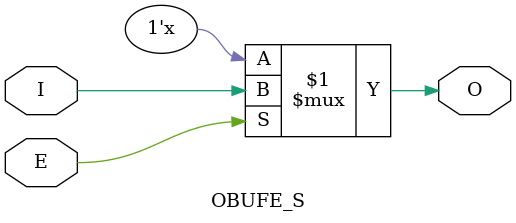
<source format=v>

/*

FUNCTION	: TRI-STATE OUTPUT BUFFER

*/

`timescale  100 ps / 10 ps

`celldefine

module OBUFE_S (O, E, I);


    output O;

    input  E, I;

	bufif1 T1 (O, I, E);

    specify
	(I *> O) = (0, 0);
	(E *> O) = (0, 0);
    endspecify

endmodule

`endcelldefine

</source>
